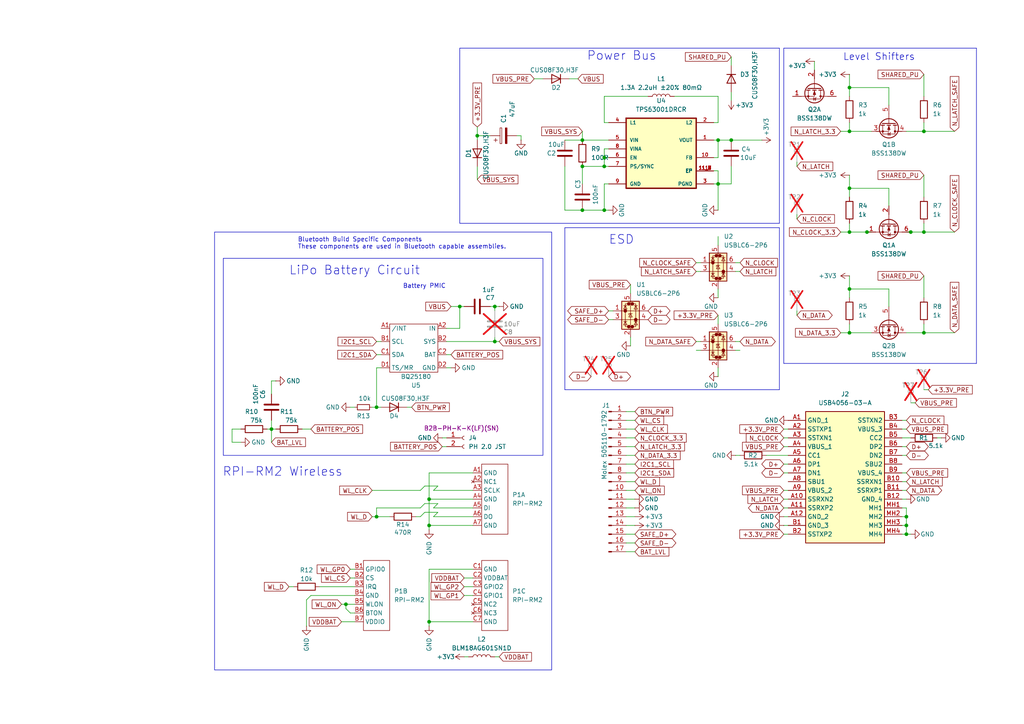
<source format=kicad_sch>
(kicad_sch (version 20231120) (generator "eeschema") (generator_version "8.0")
  (paper "A4")
  (junction (at 78.74 124.46))
  (junction (at 251.46 67.31))
  (junction (at 175.26 60.96))
  (junction (at 175.26 45.72))
  (junction (at 168.91 60.96))
  (junction (at 246.38 67.31))
  (junction (at 100.33 175.26))
  (junction (at 124.46 144.78))
  (junction (at 262.89 152.4))
  (junction (at 143.51 99.06))
  (junction (at 124.46 152.4))
  (junction (at 208.28 40.64))
  (junction (at 246.38 83.82))
  (junction (at 267.97 67.31))
  (junction (at 109.22 118.11))
  (junction (at 168.91 40.64))
  (junction (at 246.38 38.1))
  (junction (at 138.43 39.37))
  (junction (at 143.51 88.9))
  (junction (at 264.16 67.31))
  (junction (at 133.35 88.9))
  (junction (at 246.38 25.4))
  (junction (at 168.91 48.26))
  (junction (at 262.89 149.86))
  (junction (at 212.09 40.64))
  (junction (at 175.26 48.26))
  (junction (at 267.97 96.52))
  (junction (at 246.38 54.61))
  (junction (at 208.28 53.34))
  (junction (at 267.97 38.1))
  (junction (at 246.38 96.52))
  (junction (at 262.89 154.94))
  (junction (at 109.22 149.86))
  (junction (at 124.46 180.34))
  (wire (pts (xy 257.81 30.48) (xy 257.81 25.4)))
  (wire (pts (xy 67.31 128.27) (xy 67.31 124.46)))
  (wire (pts (xy 118.11 118.11) (xy 119.38 118.11)))
  (wire (pts (xy 246.38 54.61) (xy 246.38 57.15)))
  (wire (pts (xy 208.28 40.64) (xy 212.09 40.64)))
  (wire (pts (xy 133.35 88.9) (xy 134.62 88.9)))
  (polyline (pts (xy 133.35 13.97) (xy 226.06 13.97)))
  (wire (pts (xy 262.89 144.78) (xy 261.62 144.78)))
  (wire (pts (xy 144.78 88.9) (xy 143.51 88.9)))
  (wire (pts (xy 121.92 142.24) (xy 123.19 140.97)))
  (wire (pts (xy 227.33 147.32) (xy 228.6 147.32)))
  (wire (pts (xy 124.46 180.34) (xy 124.46 181.61)))
  (wire (pts (xy 165.1 22.86) (xy 167.64 22.86)))
  (wire (pts (xy 175.26 53.34) (xy 175.26 60.96)))
  (wire (pts (xy 201.93 78.74) (xy 203.2 78.74)))
  (wire (pts (xy 142.24 88.9) (xy 143.51 88.9)))
  (wire (pts (xy 99.06 180.34) (xy 102.87 180.34)))
  (wire (pts (xy 262.89 142.24) (xy 261.62 142.24)))
  (wire (pts (xy 246.38 80.01) (xy 246.38 83.82)))
  (wire (pts (xy 128.27 127) (xy 129.54 127)))
  (wire (pts (xy 214.63 76.2) (xy 213.36 76.2)))
  (wire (pts (xy 128.27 129.54) (xy 129.54 129.54)))
  (wire (pts (xy 231.14 63.5) (xy 231.14 62.23)))
  (wire (pts (xy 212.09 26.67) (xy 212.09 29.21)))
  (wire (pts (xy 262.89 139.7) (xy 261.62 139.7)))
  (wire (pts (xy 109.22 149.86) (xy 113.03 149.86)))
  (wire (pts (xy 262.89 152.4) (xy 262.89 154.94)))
  (wire (pts (xy 262.89 67.31) (xy 264.16 67.31)))
  (wire (pts (xy 212.09 40.64) (xy 220.98 40.64)))
  (wire (pts (xy 134.62 167.64) (xy 137.16 167.64)))
  (polyline (pts (xy 283.21 13.97) (xy 283.21 105.41)))
  (wire (pts (xy 227.33 149.86) (xy 228.6 149.86)))
  (wire (pts (xy 124.46 152.4) (xy 124.46 153.67)))
  (wire (pts (xy 175.26 45.72) (xy 175.26 48.26)))
  (wire (pts (xy 78.74 121.92) (xy 78.74 124.46)))
  (wire (pts (xy 100.33 175.26) (xy 102.87 175.26)))
  (wire (pts (xy 267.97 96.52) (xy 276.86 96.52)))
  (wire (pts (xy 261.62 149.86) (xy 262.89 149.86)))
  (wire (pts (xy 109.22 147.32) (xy 121.92 147.32)))
  (wire (pts (xy 208.28 109.22) (xy 208.28 106.68)))
  (wire (pts (xy 262.89 124.46) (xy 261.62 124.46)))
  (wire (pts (xy 227.33 137.16) (xy 228.6 137.16)))
  (wire (pts (xy 168.91 60.96) (xy 175.26 60.96)))
  (wire (pts (xy 123.19 148.59) (xy 121.92 149.86)))
  (wire (pts (xy 246.38 96.52) (xy 246.38 93.98)))
  (polyline (pts (xy 226.06 13.97) (xy 226.06 64.77)))
  (wire (pts (xy 78.74 124.46) (xy 77.47 124.46)))
  (wire (pts (xy 227.33 127) (xy 228.6 127)))
  (wire (pts (xy 214.63 99.06) (xy 213.36 99.06)))
  (wire (pts (xy 257.81 59.69) (xy 257.81 54.61)))
  (wire (pts (xy 208.28 49.53) (xy 207.01 49.53)))
  (polyline (pts (xy 227.33 13.97) (xy 283.21 13.97)))
  (polyline (pts (xy 163.83 66.04) (xy 163.83 113.03)))
  (wire (pts (xy 124.46 137.16) (xy 137.16 137.16)))
  (wire (pts (xy 138.43 39.37) (xy 138.43 40.64)))
  (polyline (pts (xy 283.21 105.41) (xy 227.33 105.41)))
  (wire (pts (xy 134.62 170.18) (xy 137.16 170.18)))
  (wire (pts (xy 168.91 38.1) (xy 168.91 40.64)))
  (wire (pts (xy 184.15 149.86) (xy 181.61 149.86)))
  (wire (pts (xy 175.26 53.34) (xy 176.53 53.34)))
  (wire (pts (xy 271.78 127) (xy 273.05 127)))
  (wire (pts (xy 143.51 97.79) (xy 143.51 99.06)))
  (wire (pts (xy 168.91 48.26) (xy 168.91 53.34)))
  (wire (pts (xy 184.15 127) (xy 181.61 127)))
  (wire (pts (xy 101.6 118.11) (xy 102.87 118.11)))
  (wire (pts (xy 262.89 149.86) (xy 262.89 152.4)))
  (wire (pts (xy 99.06 175.26) (xy 100.33 175.26)))
  (wire (pts (xy 163.83 48.26) (xy 163.83 60.96)))
  (wire (pts (xy 262.89 154.94) (xy 261.62 154.94)))
  (wire (pts (xy 267.97 21.59) (xy 267.97 27.94)))
  (wire (pts (xy 176.53 45.72) (xy 175.26 45.72)))
  (wire (pts (xy 175.26 60.96) (xy 176.53 60.96)))
  (wire (pts (xy 176.53 90.17) (xy 177.8 90.17)))
  (wire (pts (xy 175.26 35.56) (xy 176.53 35.56)))
  (wire (pts (xy 208.28 27.94) (xy 208.28 35.56)))
  (wire (pts (xy 269.24 113.03) (xy 267.97 113.03)))
  (wire (pts (xy 163.83 60.96) (xy 168.91 60.96)))
  (wire (pts (xy 124.46 152.4) (xy 137.16 152.4)))
  (wire (pts (xy 262.89 129.54) (xy 261.62 129.54)))
  (wire (pts (xy 102.87 177.8) (xy 101.6 177.8)))
  (wire (pts (xy 227.33 152.4) (xy 228.6 152.4)))
  (wire (pts (xy 154.94 22.86) (xy 157.48 22.86)))
  (wire (pts (xy 257.81 54.61) (xy 246.38 54.61)))
  (wire (pts (xy 251.46 67.31) (xy 246.38 67.31)))
  (wire (pts (xy 201.93 76.2) (xy 203.2 76.2)))
  (wire (pts (xy 125.73 149.86) (xy 137.16 149.86)))
  (wire (pts (xy 201.93 101.6) (xy 203.2 101.6)))
  (wire (pts (xy 212.09 16.51) (xy 212.09 19.05)))
  (wire (pts (xy 123.19 140.97) (xy 127 140.97)))
  (wire (pts (xy 125.73 142.24) (xy 137.16 142.24)))
  (wire (pts (xy 129.54 99.06) (xy 143.51 99.06)))
  (wire (pts (xy 252.73 38.1) (xy 246.38 38.1)))
  (wire (pts (xy 267.97 50.8) (xy 267.97 57.15)))
  (wire (pts (xy 125.73 149.86) (xy 127 148.59)))
  (wire (pts (xy 184.15 121.92) (xy 181.61 121.92)))
  (wire (pts (xy 252.73 96.52) (xy 246.38 96.52)))
  (wire (pts (xy 267.97 38.1) (xy 276.86 38.1)))
  (wire (pts (xy 208.28 86.36) (xy 208.28 83.82)))
  (polyline (pts (xy 227.33 13.97) (xy 227.33 105.41)))
  (wire (pts (xy 243.84 38.1) (xy 246.38 38.1)))
  (wire (pts (xy 184.15 154.94) (xy 181.61 154.94)))
  (wire (pts (xy 151.13 39.37) (xy 149.86 39.37)))
  (wire (pts (xy 168.91 48.26) (xy 175.26 48.26)))
  (wire (pts (xy 182.88 82.55) (xy 182.88 85.09)))
  (wire (pts (xy 142.24 39.37) (xy 138.43 39.37)))
  (wire (pts (xy 124.46 144.78) (xy 137.16 144.78)))
  (wire (pts (xy 227.33 129.54) (xy 228.6 129.54)))
  (wire (pts (xy 78.74 124.46) (xy 80.01 124.46)))
  (wire (pts (xy 184.15 142.24) (xy 181.61 142.24)))
  (wire (pts (xy 243.84 67.31) (xy 246.38 67.31)))
  (wire (pts (xy 133.35 88.9) (xy 133.35 95.25)))
  (wire (pts (xy 231.14 48.26) (xy 231.14 46.99)))
  (wire (pts (xy 129.54 102.87) (xy 130.81 102.87)))
  (wire (pts (xy 214.63 101.6) (xy 213.36 101.6)))
  (wire (pts (xy 175.26 48.26) (xy 176.53 48.26)))
  (wire (pts (xy 184.15 119.38) (xy 181.61 119.38)))
  (wire (pts (xy 151.13 40.64) (xy 151.13 39.37)))
  (polyline (pts (xy 226.06 64.77) (xy 133.35 64.77)))
  (wire (pts (xy 134.62 190.5) (xy 135.89 190.5)))
  (wire (pts (xy 208.28 53.34) (xy 208.28 60.96)))
  (wire (pts (xy 208.28 68.58) (xy 208.28 71.12)))
  (wire (pts (xy 208.28 53.34) (xy 207.01 53.34)))
  (wire (pts (xy 125.73 147.32) (xy 137.16 147.32)))
  (wire (pts (xy 144.78 190.5) (xy 143.51 190.5)))
  (wire (pts (xy 227.33 142.24) (xy 228.6 142.24)))
  (wire (pts (xy 246.38 50.8) (xy 246.38 54.61)))
  (wire (pts (xy 246.38 83.82) (xy 246.38 86.36)))
  (wire (pts (xy 129.54 106.68) (xy 130.81 106.68)))
  (wire (pts (xy 138.43 36.83) (xy 138.43 39.37)))
  (wire (pts (xy 257.81 25.4) (xy 246.38 25.4)))
  (wire (pts (xy 90.17 172.72) (xy 88.9 173.99)))
  (wire (pts (xy 107.95 142.24) (xy 121.92 142.24)))
  (wire (pts (xy 184.15 134.62) (xy 181.61 134.62)))
  (wire (pts (xy 201.93 99.06) (xy 203.2 99.06)))
  (wire (pts (xy 262.89 121.92) (xy 261.62 121.92)))
  (wire (pts (xy 102.87 172.72) (xy 90.17 172.72)))
  (wire (pts (xy 246.38 38.1) (xy 246.38 35.56)))
  (wire (pts (xy 67.31 124.46) (xy 69.85 124.46)))
  (wire (pts (xy 125.73 147.32) (xy 127 146.05)))
  (polyline (pts (xy 226.06 113.03) (xy 226.06 66.04)))
  (wire (pts (xy 69.85 128.27) (xy 67.31 128.27)))
  (wire (pts (xy 163.83 40.64) (xy 168.91 40.64)))
  (wire (pts (xy 262.89 38.1) (xy 267.97 38.1)))
  (wire (pts (xy 267.97 96.52) (xy 267.97 93.98)))
  (wire (pts (xy 184.15 147.32) (xy 181.61 147.32)))
  (wire (pts (xy 109.22 147.32) (xy 109.22 149.86)))
  (polyline (pts (xy 133.35 36.83) (xy 133.35 64.77)))
  (wire (pts (xy 264.16 67.31) (xy 267.97 67.31)))
  (wire (pts (xy 107.95 149.86) (xy 109.22 149.86)))
  (wire (pts (xy 207.01 40.64) (xy 208.28 40.64)))
  (wire (pts (xy 101.6 177.8) (xy 100.33 176.53)))
  (wire (pts (xy 243.84 96.52) (xy 246.38 96.52)))
  (wire (pts (xy 246.38 21.59) (xy 246.38 25.4)))
  (wire (pts (xy 184.15 157.48) (xy 181.61 157.48)))
  (wire (pts (xy 257.81 83.82) (xy 246.38 83.82)))
  (wire (pts (xy 88.9 173.99) (xy 88.9 181.61)))
  (wire (pts (xy 208.28 45.72) (xy 208.28 40.64)))
  (wire (pts (xy 100.33 175.26) (xy 100.33 176.53)))
  (wire (pts (xy 124.46 137.16) (xy 124.46 144.78)))
  (wire (pts (xy 175.26 43.18) (xy 175.26 45.72)))
  (wire (pts (xy 138.43 48.26) (xy 138.43 52.07)))
  (wire (pts (xy 262.89 147.32) (xy 262.89 149.86)))
  (wire (pts (xy 78.74 114.3) (xy 78.74 110.49)))
  (wire (pts (xy 176.53 92.71) (xy 177.8 92.71)))
  (wire (pts (xy 109.22 118.11) (xy 107.95 118.11)))
  (wire (pts (xy 227.33 144.78) (xy 228.6 144.78)))
  (wire (pts (xy 231.14 91.44) (xy 231.14 90.17)))
  (wire (pts (xy 120.65 149.86) (xy 121.92 149.86)))
  (wire (pts (xy 246.38 67.31) (xy 246.38 64.77)))
  (wire (pts (xy 214.63 78.74) (xy 213.36 78.74)))
  (wire (pts (xy 208.28 35.56) (xy 207.01 35.56)))
  (wire (pts (xy 134.62 172.72) (xy 137.16 172.72)))
  (wire (pts (xy 92.71 170.18) (xy 102.87 170.18)))
  (wire (pts (xy 168.91 40.64) (xy 176.53 40.64)))
  (wire (pts (xy 130.81 88.9) (xy 133.35 88.9)))
  (wire (pts (xy 101.6 165.1) (xy 102.87 165.1)))
  (wire (pts (xy 101.6 167.64) (xy 102.87 167.64)))
  (wire (pts (xy 267.97 67.31) (xy 267.97 64.77)))
  (wire (pts (xy 207.01 45.72) (xy 208.28 45.72)))
  (wire (pts (xy 208.28 91.44) (xy 208.28 93.98)))
  (wire (pts (xy 87.63 124.46) (xy 90.17 124.46)))
  (wire (pts (xy 184.15 139.7) (xy 181.61 139.7)))
  (wire (pts (xy 175.26 27.94) (xy 175.26 35.56)))
  (wire (pts (xy 246.38 25.4) (xy 246.38 27.94)))
  (wire (pts (xy 124.46 165.1) (xy 137.16 165.1)))
  (wire (pts (xy 262.89 132.08) (xy 261.62 132.08)))
  (wire (pts (xy 195.58 27.94) (xy 208.28 27.94)))
  (wire (pts (xy 78.74 110.49) (xy 80.01 110.49)))
  (wire (pts (xy 227.33 124.46) (xy 228.6 124.46)))
  (wire (pts (xy 124.46 144.78) (xy 124.46 152.4)))
  (wire (pts (xy 184.15 124.46) (xy 181.61 124.46)))
  (wire (pts (xy 83.82 170.18) (xy 85.09 170.18)))
  (wire (pts (xy 257.81 88.9) (xy 257.81 83.82)))
  (wire (pts (xy 261.62 152.4) (xy 262.89 152.4)))
  (wire (pts (xy 236.22 17.78) (xy 236.22 20.32)))
  (wire (pts (xy 267.97 38.1) (xy 267.97 35.56)))
  (wire (pts (xy 124.46 180.34) (xy 137.16 180.34)))
  (wire (pts (xy 127 146.05) (xy 123.19 146.05)))
  (wire (pts (xy 264.16 127) (xy 261.62 127)))
  (wire (pts (xy 184.15 129.54) (xy 181.61 129.54)))
  (wire (pts (xy 262.89 96.52) (xy 267.97 96.52)))
  (wire (pts (xy 127 140.97) (xy 125.73 142.24)))
  (wire (pts (xy 227.33 154.94) (xy 228.6 154.94)))
  (wire (pts (xy 176.53 43.18) (xy 175.26 43.18)))
  (wire (pts (xy 187.96 27.94) (xy 175.26 27.94)))
  (wire (pts (xy 184.15 132.08) (xy 181.61 132.08)))
  (wire (pts (xy 143.51 99.06) (xy 144.78 99.06)))
  (wire (pts (xy 262.89 137.16) (xy 261.62 137.16)))
  (wire (pts (xy 264.16 154.94) (xy 262.89 154.94)))
  (wire (pts (xy 261.62 147.32) (xy 262.89 147.32)))
  (polyline (pts (xy 163.83 113.03) (xy 226.06 113.03)))
  (wire (pts (xy 265.43 116.84) (xy 264.16 116.84)))
  (wire (pts (xy 110.49 106.68) (xy 109.22 106.68)))
  (wire (pts (xy 78.74 128.27) (xy 78.74 124.46)))
  (wire (pts (xy 143.51 88.9) (xy 143.51 90.17)))
  (wire (pts (xy 129.54 95.25) (xy 133.35 95.25)))
  (wire (pts (xy 212.09 53.34) (xy 208.28 53.34)))
  (wire (pts (xy 267.97 67.31) (xy 276.86 67.31)))
  (wire (pts (xy 213.36 132.08) (xy 214.63 132.08)))
  (wire (pts (xy 252.73 67.31) (xy 251.46 67.31)))
  (wire (pts (xy 184.15 137.16) (xy 181.61 137.16)))
  (wire (pts (xy 267.97 80.01) (xy 267.97 86.36)))
  (wire (pts (xy 184.15 152.4) (xy 181.61 152.4)))
  (wire (pts (xy 184.15 160.02) (xy 181.61 160.02)))
  (wire (pts (xy 127 148.59) (xy 123.19 148.59)))
  (wire (pts (xy 222.25 132.08) (xy 228.6 132.08)))
  (wire (pts (xy 109.22 118.11) (xy 110.49 118.11)))
  (wire (pts (xy 208.28 49.53) (xy 208.28 53.34)))
  (wire (pts (xy 184.15 144.78) (xy 181.61 144.78)))
  (wire (pts (xy 227.33 134.62) (xy 228.6 134.62)))
  (wire (pts (xy 109.22 99.06) (xy 110.49 99.06)))
  (polyline (pts (xy 133.35 36.83) (xy 133.35 13.97)))
  (polyline (pts (xy 226.06 66.04) (xy 163.83 66.04)))
  (wire (pts (xy 109.22 106.68) (xy 109.22 118.11)))
  (wire (pts (xy 182.88 100.33) (xy 182.88 97.79)))
  (wire (pts (xy 109.22 102.87) (xy 110.49 102.87)))
  (wire (pts (xy 123.19 146.05) (xy 121.92 147.32)))
  (wire (pts (xy 212.09 48.26) (xy 212.09 53.34)))
  (wire (pts (xy 124.46 165.1) (xy 124.46 180.34)))
  (rectangle (start 64.77 74.93) (end 157.48 132.08))
  (rectangle (start 62.23 67.31) (end 160.02 194.31))
  (text "Level Shifters\n" (at 265.43 17.78 0) (effects (font (size 2.0066 2.0066)) (justify right bottom)))
  (text "LiPo Battery Circuit" (at 83.82 80.01 0) (effects (font (size 2.54 2.54)) (justify left bottom)))
  (text "Battery PMIC" (at 116.84 83.82 0) (effects (font (size 1.27 1.27)) (justify left bottom)))
  (text "ESD" (at 176.53 71.12 0) (effects (font (size 2.54 2.54)) (justify left bottom)))
  (text "Power Bus" (at 170.18 17.78 0) (effects (font (size 2.54 2.54)) (justify left bottom)))
  (text "Bluetooth Build Specific Components\nThese components are used in Bluetooth capable assemblies." (at 86.36 72.39 0) (effects (font (size 1.27 1.27)) (justify left bottom)))
  (text "RPI-RM2 Wireless" (at 64.516 138.43 0) (effects (font (size 2.54 2.54)) (justify left bottom)))
  (global_label "I2C1_SCL" (shape input) (at 109.22 99.06 180) (property "Intersheetrefs" "${INTERSHEET_REFS}" (effects (hide yes))))
  (global_label "WL_CLK" (shape input) (at 184.15 124.46 0) (property "Intersheetrefs" "${INTERSHEET_REFS}" (effects (hide yes))))
  (global_label "BTN_PWR" (shape input) (at 184.15 119.38 0) (property "Intersheetrefs" "${INTERSHEET_REFS}" (effects (hide yes))))
  (global_label "N_CLOCK_SAFE" (shape input) (at 276.86 67.31 90) (property "Intersheetrefs" "${INTERSHEET_REFS}" (effects (hide yes))))
  (global_label "I2C1_SCL" (shape input) (at 184.15 134.62 0) (property "Intersheetrefs" "${INTERSHEET_REFS}" (effects (hide yes))))
  (global_label "WL_CLK" (shape input) (at 107.95 142.24 180) (property "Intersheetrefs" "${INTERSHEET_REFS}" (effects (hide yes))))
  (global_label "D-" (shape bidirectional) (at 187.96 92.71 0) (property "Intersheetrefs" "${INTERSHEET_REFS}" (effects (hide yes))))
  (global_label "VBUS_PRE" (shape input) (at 154.94 22.86 180) (property "Intersheetrefs" "${INTERSHEET_REFS}" (effects (hide yes))))
  (global_label "D-" (shape bidirectional) (at 171.45 109.22 180) (property "Intersheetrefs" "${INTERSHEET_REFS}" (effects (hide yes))))
  (global_label "BAT_LVL" (shape input) (at 78.74 128.27 0) (property "Intersheetrefs" "${INTERSHEET_REFS}" (effects (hide yes))))
  (global_label "D-" (shape bidirectional) (at 262.89 132.08 0) (property "Intersheetrefs" "${INTERSHEET_REFS}" (effects (hide yes))))
  (global_label "D+" (shape bidirectional) (at 176.53 109.22 0) (property "Intersheetrefs" "${INTERSHEET_REFS}" (effects (hide yes))))
  (global_label "SHARED_PU" (shape input) (at 267.97 80.01 180) (property "Intersheetrefs" "${INTERSHEET_REFS}" (effects (hide yes))))
  (global_label "+3.3V_PRE" (shape input) (at 138.43 36.83 90) (property "Intersheetrefs" "${INTERSHEET_REFS}" (effects (hide yes))))
  (global_label "N_CLOCK" (shape input) (at 227.33 127 180) (property "Intersheetrefs" "${INTERSHEET_REFS}" (effects (hide yes))))
  (global_label "SHARED_PU" (shape input) (at 267.97 21.59 180) (property "Intersheetrefs" "${INTERSHEET_REFS}" (effects (hide yes))))
  (global_label "SAFE_D+" (shape bidirectional) (at 184.15 154.94 0) (property "Intersheetrefs" "${INTERSHEET_REFS}" (effects (hide yes))))
  (global_label "N_CLOCK_SAFE" (shape input) (at 201.93 76.2 180) (property "Intersheetrefs" "${INTERSHEET_REFS}" (effects (hide yes))))
  (global_label "VDDBAT" (shape input) (at 99.06 180.34 180) (property "Intersheetrefs" "${INTERSHEET_REFS}" (effects (hide yes))))
  (global_label "VBUS" (shape input) (at 167.64 22.86 0) (property "Intersheetrefs" "${INTERSHEET_REFS}" (effects (hide yes))))
  (global_label "N_DATA" (shape bidirectional) (at 231.14 91.44 0) (property "Intersheetrefs" "${INTERSHEET_REFS}" (effects (hide yes))))
  (global_label "N_DATA_3.3" (shape input) (at 243.84 96.52 180) (property "Intersheetrefs" "${INTERSHEET_REFS}" (effects (hide yes))))
  (global_label "N_CLOCK" (shape input) (at 262.89 121.92 0) (property "Intersheetrefs" "${INTERSHEET_REFS}" (effects (hide yes))))
  (global_label "SAFE_D+" (shape bidirectional) (at 176.53 90.17 180) (property "Intersheetrefs" "${INTERSHEET_REFS}" (effects (hide yes))))
  (global_label "SHARED_PU" (shape input) (at 212.09 16.51 180) (property "Intersheetrefs" "${INTERSHEET_REFS}" (effects (hide yes))))
  (global_label "WL_GP1" (shape input) (at 134.62 172.72 180) (property "Intersheetrefs" "${INTERSHEET_REFS}" (effects (hide yes))))
  (global_label "N_LATCH" (shape input) (at 214.63 78.74 0) (property "Intersheetrefs" "${INTERSHEET_REFS}" (effects (hide yes))))
  (global_label "WL_D" (shape input) (at 83.82 170.18 180) (property "Intersheetrefs" "${INTERSHEET_REFS}" (effects (hide yes))))
  (global_label "VBUS_PRE" (shape input) (at 262.89 137.16 0) (property "Intersheetrefs" "${INTERSHEET_REFS}" (effects (hide yes))))
  (global_label "N_DATA_SAFE" (shape input) (at 201.93 99.06 180) (property "Intersheetrefs" "${INTERSHEET_REFS}" (effects (hide yes))))
  (global_label "D-" (shape bidirectional) (at 227.33 137.16 180) (property "Intersheetrefs" "${INTERSHEET_REFS}" (effects (hide yes))))
  (global_label "N_LATCH" (shape input) (at 231.14 48.26 0) (property "Intersheetrefs" "${INTERSHEET_REFS}" (effects (hide yes))))
  (global_label "WL_CS" (shape input) (at 184.15 121.92 0) (property "Intersheetrefs" "${INTERSHEET_REFS}" (effects (hide yes))))
  (global_label "N_LATCH_SAFE" (shape input) (at 276.86 38.1 90) (property "Intersheetrefs" "${INTERSHEET_REFS}" (effects (hide yes))))
  (global_label "VBUS" (shape input) (at 130.81 88.9 180) (property "Intersheetrefs" "${INTERSHEET_REFS}" (effects (hide yes))))
  (global_label "BAT_LVL" (shape input) (at 184.15 160.02 0) (property "Intersheetrefs" "${INTERSHEET_REFS}" (effects (hide yes))))
  (global_label "WL_GP0" (shape input) (at 101.6 165.1 180) (property "Intersheetrefs" "${INTERSHEET_REFS}" (effects (hide yes))))
  (global_label "N_LATCH" (shape input) (at 262.89 139.7 0) (property "Intersheetrefs" "${INTERSHEET_REFS}" (effects (hide yes))))
  (global_label "SAFE_D-" (shape bidirectional) (at 176.53 92.71 180) (property "Intersheetrefs" "${INTERSHEET_REFS}" (effects (hide yes))))
  (global_label "N_DATA_3.3" (shape input) (at 184.15 132.08 0) (property "Intersheetrefs" "${INTERSHEET_REFS}" (effects (hide yes))))
  (global_label "SAFE_D-" (shape bidirectional) (at 184.15 157.48 0) (property "Intersheetrefs" "${INTERSHEET_REFS}" (effects (hide yes))))
  (global_label "VBUS_SYS" (shape input) (at 138.43 52.07 0) (property "Intersheetrefs" "${INTERSHEET_REFS}" (effects (hide yes))))
  (global_label "+3.3V_PRE" (shape input) (at 269.24 113.03 0) (property "Intersheetrefs" "${INTERSHEET_REFS}" (effects (hide yes))))
  (global_label "I2C1_SDA" (shape input) (at 109.22 102.87 180) (property "Intersheetrefs" "${INTERSHEET_REFS}" (effects (hide yes))))
  (global_label "D+" (shape bidirectional) (at 187.96 90.17 0) (property "Intersheetrefs" "${INTERSHEET_REFS}" (effects (hide yes))))
  (global_label "N_CLOCK_3.3" (shape input) (at 184.15 127 0) (property "Intersheetrefs" "${INTERSHEET_REFS}" (effects (hide yes))))
  (global_label "D+" (shape bidirectional) (at 262.89 129.54 0) (property "Intersheetrefs" "${INTERSHEET_REFS}" (effects (hide yes))))
  (global_label "N_CLOCK" (shape input) (at 231.14 63.5 0) (property "Intersheetrefs" "${INTERSHEET_REFS}" (effects (hide yes))))
  (global_label "N_DATA_SAFE" (shape input) (at 276.86 96.52 90) (property "Intersheetrefs" "${INTERSHEET_REFS}" (effects (hide yes))))
  (global_label "N_LATCH_3.3" (shape input) (at 184.15 129.54 0) (property "Intersheetrefs" "${INTERSHEET_REFS}" (effects (hide yes))))
  (global_label "WL_CS" (shape input) (at 101.6 167.64 180) (property "Intersheetrefs" "${INTERSHEET_REFS}" (effects (hide yes))))
  (global_label "D+" (shape bidirectional) (at 227.33 134.62 180) (property "Intersheetrefs" "${INTERSHEET_REFS}" (effects (hide yes))))
  (global_label "VBUS_PRE" (shape input) (at 265.43 116.84 0) (property "Intersheetrefs" "${INTERSHEET_REFS}" (effects (hide yes))))
  (global_label "+3.3V_PRE" (shape input) (at 227.33 154.94 180) (property "Intersheetrefs" "${INTERSHEET_REFS}" (effects (hide yes))))
  (global_label "VDDBAT" (shape input) (at 134.62 167.64 180) (property "Intersheetrefs" "${INTERSHEET_REFS}" (effects (hide yes))))
  (global_label "VBUS_PRE" (shape input) (at 262.89 124.46 0) (property "Intersheetrefs" "${INTERSHEET_REFS}" (effects (hide yes))))
  (global_label "N_CLOCK" (shape input) (at 214.63 76.2 0) (property "Intersheetrefs" "${INTERSHEET_REFS}" (effects (hide yes))))
  (global_label "WL_GP2" (shape input) (at 134.62 170.18 180) (property "Intersheetrefs" "${INTERSHEET_REFS}" (effects (hide yes))))
  (global_label "VBUS_PRE" (shape input) (at 227.33 142.24 180) (property "Intersheetrefs" "${INTERSHEET_REFS}" (effects (hide yes))))
  (global_label "N_DATA" (shape bidirectional) (at 214.63 99.06 0) (property "Intersheetrefs" "${INTERSHEET_REFS}" (effects (hide yes))))
  (global_label "VBUS_SYS" (shape input) (at 168.91 38.1 180) (property "Intersheetrefs" "${INTERSHEET_REFS}" (effects (hide yes))))
  (global_label "WL_ON" (shape input) (at 184.15 142.24 0) (property "Intersheetrefs" "${INTERSHEET_REFS}" (effects (hide yes))))
  (global_label "VBUS_SYS" (shape input) (at 144.78 99.06 0) (property "Intersheetrefs" "${INTERSHEET_REFS}" (effects (hide yes))))
  (global_label "+3.3V_PRE" (shape input) (at 227.33 124.46 180) (property "Intersheetrefs" "${INTERSHEET_REFS}" (effects (hide yes))))
  (global_label "N_CLOCK_3.3" (shape input) (at 243.84 67.31 180) (property "Intersheetrefs" "${INTERSHEET_REFS}" (effects (hide yes))))
  (global_label "BTN_PWR" (shape input) (at 119.38 118.11 0) (property "Intersheetrefs" "${INTERSHEET_REFS}" (effects (hide yes))))
  (global_label "WL_D" (shape input) (at 107.95 149.86 180) (property "Intersheetrefs" "${INTERSHEET_REFS}" (effects (hide yes))))
  (global_label "BATTERY_POS" (shape input) (at 130.81 102.87 0) (property "Intersheetrefs" "${INTERSHEET_REFS}" (effects (hide yes))))
  (global_label "N_LATCH_3.3" (shape input) (at 243.84 38.1 180) (property "Intersheetrefs" "${INTERSHEET_REFS}" (effects (hide yes))))
  (global_label "I2C1_SDA" (shape input) (at 184.15 137.16 0) (property "Intersheetrefs" "${INTERSHEET_REFS}" (effects (hide yes))))
  (global_label "N_DATA" (shape bidirectional) (at 227.33 147.32 180) (property "Intersheetrefs" "${INTERSHEET_REFS}" (effects (hide yes))))
  (global_label "BATTERY_POS" (shape input) (at 90.17 124.46 0) (property "Intersheetrefs" "${INTERSHEET_REFS}" (effects (hide yes))))
  (global_label "BATTERY_POS" (shape input) (at 128.27 129.54 180) (property "Intersheetrefs" "${INTERSHEET_REFS}" (effects (hide yes))))
  (global_label "+3.3V_PRE" (shape input) (at 208.28 91.44 180) (property "Intersheetrefs" "${INTERSHEET_REFS}" (effects (hide yes))))
  (global_label "VBUS_PRE" (shape input) (at 182.88 82.55 180) (property "Intersheetrefs" "${INTERSHEET_REFS}" (effects (hide yes))))
  (global_label "SHARED_PU" (shape input) (at 267.97 50.8 180) (property "Intersheetrefs" "${INTERSHEET_REFS}" (effects (hide yes))))
  (global_label "N_LATCH" (shape input) (at 227.33 144.78 180) (property "Intersheetrefs" "${INTERSHEET_REFS}" (effects (hide yes))))
  (global_label "VDDBAT" (shape input) (at 144.78 190.5 0) (property "Intersheetrefs" "${INTERSHEET_REFS}" (effects (hide yes))))
  (global_label "WL_D" (shape input) (at 184.15 139.7 0) (property "Intersheetrefs" "${INTERSHEET_REFS}" (effects (hide yes))))
  (global_label "N_DATA" (shape bidirectional) (at 262.89 142.24 0) (property "Intersheetrefs" "${INTERSHEET_REFS}" (effects (hide yes))))
  (global_label "WL_ON" (shape input) (at 99.06 175.26 180) (property "Intersheetrefs" "${INTERSHEET_REFS}" (effects (hide yes))))
  (global_label "VBUS_PRE" (shape input) (at 227.33 129.54 180) (property "Intersheetrefs" "${INTERSHEET_REFS}" (effects (hide yes))))
  (global_label "N_LATCH_SAFE" (shape input) (at 201.93 78.74 180) (property "Intersheetrefs" "${INTERSHEET_REFS}" (effects (hide yes))))
  (symbol (lib_id "power:+3V3") (at 236.22 17.78 90) (unit 1)
    (property "Reference" "#PWR015" (effects (hide yes)))
    (property "Value" "+3V3" (at 231.14 19.05 90))
  )
  (symbol (lib_id "Device:R") (at 246.38 31.75 0) (unit 1)
    (property "Reference" "R3" (at 248.92 30.4799 0) (effects (justify left)))
    (property "Value" "1k" (at 248.92 33.0199 0) (effects (justify left)))
    (property "Footprint" "Resistor_SMD:R_0201_0603Metric" (effects (hide yes)))
    (property "Description" "50mW Thick Film Resistors 25V ±1% ±200ppm/℃ 1kΩ" (effects (hide yes)))
    (property "LCSC" "C138165" (effects (hide yes)))
    (property "MPN" "RC0201FR-071KL" (effects (hide yes)))
    (property "Price" "0.0006" (effects (hide yes)))
    (property "Package" "0201" (effects (hide yes)))
    (property "Reviewed" "Yes" (effects (hide yes)))
    (property "Manufacturer" "YAGEO" (effects (hide yes)))
  )
  (symbol (lib_id "progcc_v3:CUS08F30") (at 138.43 44.45 90) (unit 1)
    (property "Reference" "D1" (at 135.89 44.45 0))
    (property "Value" "CUS08F30,H3F " (at 140.97 44.45 0))
    (property "Footprint" "Diode_SMD:D_SOD-323_HandSoldering" (effects (hide yes)))
    (property "Datasheet" "${KIPRJMOD}/../progcc_v3_libs/docs/CUS08F30_datasheet_en_20140414.pdf" (effects (hide yes)))
    (property "Description" "SOD-323 Schottky Diodes ROHS (TOSHIBA)" (effects (hide yes)))
    (property "MPN" "CUS08F30,H3F " (effects (hide yes)))
    (property "LCSC" "C150183" (effects (hide yes)))
    (property "Price" "0.0092" (effects (hide yes)))
    (property "Package" "SOD-323" (effects (hide yes)))
    (property "Manufacturer" "TOSHIBA" (effects (hide yes)))
    (property "Reviewed" "Yes" (effects (hide yes)))
  )
  (symbol (lib_id "progcc_v3:CUS08F30") (at 212.09 22.86 270) (unit 1)
    (property "Reference" "D3" (at 214.63 21.5899 90) (effects (justify left)))
    (property "Value" "CUS08F30,H3F " (at 218.948 13.716 0) (effects (justify left)))
    (property "Footprint" "Diode_SMD:D_SOD-323_HandSoldering" (effects (hide yes)))
    (property "Datasheet" "${KIPRJMOD}/../progcc_v3_libs/docs/CUS08F30_datasheet_en_20140414.pdf" (effects (hide yes)))
    (property "Description" "SOD-323 Schottky Diodes ROHS (TOSHIBA)" (effects (hide yes)))
    (property "MPN" "CUS08F30,H3F " (effects (hide yes)))
    (property "LCSC" "C150183" (effects (hide yes)))
    (property "Price" "0.0092" (effects (hide yes)))
    (property "Package" "SOD-323" (effects (hide yes)))
    (property "Manufacturer" "TOSHIBA" (effects (hide yes)))
    (property "Reviewed" "Yes" (effects (hide yes)))
  )
  (symbol (lib_id "power:GND") (at 264.16 154.94 90) (unit 1)
    (property "Reference" "#PWR014" (effects (hide yes)))
    (property "Value" "GND" (at 268.986 154.94 90))
  )
  (symbol (lib_id "power:GND") (at 228.6 121.92 270) (unit 1)
    (property "Reference" "#PWR010" (effects (hide yes)))
    (property "Value" "GND" (at 223.774 121.92 90))
  )
  (symbol (lib_id "hhl:RPI-RM2") (at 109.22 172.72 0) (unit 2)
    (property "Reference" "P1" (at 114.3 171.4499 0) (effects (justify left)))
    (property "Value" "RPI-RM2" (at 114.3 173.9899 0) (effects (justify left)))
    (property "Footprint" "hhl:RPI_RM2" (effects (hide yes)))
    (property "Description" "Raspberry Pi RM2 Wireless Module" (effects (hide yes)))
    (property "MPN" "RPI-RM2" (effects (hide yes)))
    (property "USBDNP" "YES" (effects (hide yes)))
    (property "Reviewed" "Yes" (effects (hide yes)))
    (property "Manufacturer" "Raspberry Pi" (effects (hide yes)))
  )
  (symbol (lib_id "Power_Protection:USBLC6-2P6") (at 208.28 76.2 0) (unit 1)
    (property "Reference" "U2" (at 209.9311 68.58 0) (effects (justify left)))
    (property "Value" "USBLC6-2P6" (at 209.9311 71.12 0) (effects (justify left)))
    (property "Footprint" "Package_TO_SOT_SMD:SOT-666" (effects (hide yes)))
    (property "Datasheet" "https://www.st.com/resource/en/datasheet/usblc6-2.pdf" (effects (hide yes)))
    (property "Description" "Very low capacitance ESD protection diode, 2 data-line, SOT-666" (effects (hide yes)))
    (property "LCSC" "C2827693" (effects (hide yes)))
    (property "MPN" "USBLC6-2P6" (effects (hide yes)))
    (property "Package" "SOT-666-6" (effects (hide yes)))
    (property "Reviewed" "Yes" (effects (hide yes)))
    (property "Manufacturer" "TECH PUBLIC" (effects (hide yes)))
  )
  (symbol (lib_id "power:GND") (at 176.53 60.96 90) (unit 1)
    (property "Reference" "#PWR020" (effects (hide yes)))
    (property "Value" "GND" (at 180.34 60.96 0))
  )
  (symbol (lib_id "Device:R") (at 267.97 90.17 0) (unit 1)
    (property "Reference" "R8" (at 270.51 88.8999 0) (effects (justify left)))
    (property "Value" "1k" (at 270.51 91.4399 0) (effects (justify left)))
    (property "Footprint" "Resistor_SMD:R_0201_0603Metric" (effects (hide yes)))
    (property "Description" "50mW Thick Film Resistors 25V ±1% ±200ppm/℃ 1kΩ" (effects (hide yes)))
    (property "LCSC" "C138165" (effects (hide yes)))
    (property "MPN" "RC0201FR-071KL" (effects (hide yes)))
    (property "Price" "0.0006" (effects (hide yes)))
    (property "Package" "0201" (effects (hide yes)))
    (property "Reviewed" "Yes" (effects (hide yes)))
    (property "Manufacturer" "YAGEO" (effects (hide yes)))
  )
  (symbol (lib_id "power:+3V3") (at 134.62 190.5 90) (unit 1)
    (property "Reference" "#PWR032" (effects (hide yes)))
    (property "Value" "+3V3" (at 129.286 190.5 90))
  )
  (symbol (lib_id "Device:C") (at 78.74 118.11 180) (unit 1)
    (property "Reference" "C6" (at 76.2 113.03 90) (effects (justify left)))
    (property "Value" "100nF" (at 74.168 111.252 90) (effects (justify left)))
    (property "Footprint" "Capacitor_SMD:C_0201_0603Metric" (effects (hide yes)))
    (property "Description" "6.3V 100nF X5R ±10%" (effects (hide yes)))
    (property "USBDNP" "YES" (effects (hide yes)))
    (property "LCSC" "C160831" (effects (hide yes)))
    (property "MPN" "CL03A104KQ3NNNC" (effects (hide yes)))
    (property "Price" "0.0007" (effects (hide yes)))
    (property "Package" "0201" (effects (hide yes)))
    (property "Manufacturer" "Samsung Electro-Mechanics" (effects (hide yes)))
    (property "Reviewed" "Yes" (effects (hide yes)))
  )
  (symbol (lib_id "Power_Protection:USBLC6-2P6") (at 182.88 90.17 0) (unit 1)
    (property "Reference" "U1" (at 184.5311 82.55 0) (effects (justify left)))
    (property "Value" "USBLC6-2P6" (at 184.5311 85.09 0) (effects (justify left)))
    (property "Footprint" "Package_TO_SOT_SMD:SOT-666" (effects (hide yes)))
    (property "Datasheet" "https://www.st.com/resource/en/datasheet/usblc6-2.pdf" (effects (hide yes)))
    (property "Description" "Very low capacitance ESD protection diode, 2 data-line, SOT-666" (effects (hide yes)))
    (property "LCSC" "C2827693" (effects (hide yes)))
    (property "MPN" "USBLC6-2P6" (effects (hide yes)))
    (property "Package" "SOT-666-6" (effects (hide yes)))
    (property "Reviewed" "Yes" (effects (hide yes)))
    (property "Manufacturer" "TECH PUBLIC" (effects (hide yes)))
  )
  (symbol (lib_id "power:GND") (at 101.6 118.11 270) (unit 1)
    (property "Reference" "#PWR028" (effects (hide yes)))
    (property "Value" "GND" (at 96.52 118.11 90))
  )
  (symbol (lib_id "Connector:TestPoint") (at 176.53 109.22 0) (unit 1) (in_bom no) (dnp yes)
    (property "Reference" "TP5" (at 173.99 104.14 0) (effects (justify left)))
    (property "Value" "TestPoint" (effects (hide yes)))
    (property "Footprint" "TestPoint:TestPoint_Pad_D1.0mm" (effects (hide yes)))
  )
  (symbol (lib_id "power:GND") (at 227.33 149.86 270) (unit 1)
    (property "Reference" "#PWR012" (effects (hide yes)))
    (property "Value" "GND" (at 222.504 149.86 90))
  )
  (symbol (lib_id "Connector:TestPoint") (at 231.14 62.23 0) (unit 1) (in_bom no) (dnp yes)
    (property "Reference" "TP2" (at 228.6 57.15 0) (effects (justify left)))
    (property "Value" "TestPoint" (effects (hide yes)))
    (property "Footprint" "TestPoint:TestPoint_Pad_D1.0mm" (effects (hide yes)))
  )
  (symbol (lib_id "power:GND") (at 151.13 40.64 0) (unit 1)
    (property "Reference" "#PWR019" (effects (hide yes)))
    (property "Value" "GND" (at 151.13 44.45 0))
  )
  (symbol (lib_id "Device:C_Polarized") (at 146.05 39.37 90) (unit 1)
    (property "Reference" "C1" (at 146.05 33.02 0) (effects (justify right)))
    (property "Value" "47uF" (at 148.59 29.21 0) (effects (justify right)))
    (property "Footprint" "Capacitor_Tantalum_SMD:CP_EIA-3216-18_Kemet-A" (effects (hide yes)))
    (property "Description" "47uF 6.3V 1.6Ω@100kHz ±10%" (effects (hide yes)))
    (property "LCSC" "C7190" (effects (hide yes)))
    (property "MPN" "TAJA476K006RNJ" (effects (hide yes)))
    (property "Price" "0.0544" (effects (hide yes)))
    (property "Package" "CASE-A-3216-18(mm)" (effects (hide yes)))
    (property "Manufacturer" "Kyocera AVX" (effects (hide yes)))
    (property "Reviewed" "Yes" (effects (hide yes)))
  )
  (symbol (lib_id "hhl:BSS138DW") (at 236.22 27.94 0) (mirror y) (unit 1)
    (property "Reference" "Q2" (at 236.22 31.75 0))
    (property "Value" "BSS138DW" (at 236.22 34.29 0))
    (property "Footprint" "Package_TO_SOT_SMD:SOT-363_SC-70-6" (effects (hide yes)))
    (property "Datasheet" "https://datasheet.lcsc.com/lcsc/1912111437_Diodes-Incorporated-BSS138DW-7-F_C154900.pdf" (effects (hide yes)))
    (property "Description" "50V 200mA 200mW 3.5Ω@10V,220mA 1.5V@250uA 2 N-Channel SC-70-6(SOT-363) MOSFETs ROHS" (effects (hide yes)))
    (property "MPN" "BSS138DW-7-F" (effects (hide yes)))
    (property "LCSC" "C154900" (effects (hide yes)))
    (property "Price" "0.037" (effects (hide yes)))
    (property "Package" "SC-70-6(SOT-363)" (effects (hide yes)))
    (property "Reviewed" "Yes" (effects (hide yes)))
    (property "Manufacturer" "Diodes Incorporated" (effects (hide yes)))
  )
  (symbol (lib_id "power:GND") (at 69.85 128.27 90) (unit 1)
    (property "Reference" "#PWR024" (effects (hide yes)))
    (property "Value" "GND" (at 74.93 128.27 90))
  )
  (symbol (lib_id "Connector:TestPoint") (at 171.45 109.22 0) (unit 1) (in_bom no) (dnp yes)
    (property "Reference" "TP4" (at 168.91 104.14 0) (effects (justify left)))
    (property "Value" "TestPoint" (effects (hide yes)))
    (property "Footprint" "TestPoint:TestPoint_Pad_D1.0mm" (effects (hide yes)))
  )
  (symbol (lib_id "Connector:TestPoint") (at 267.97 113.03 0) (unit 1) (in_bom no) (dnp yes)
    (property "Reference" "TP6" (at 265.43 107.95 0) (effects (justify left)))
    (property "Value" "TestPoint" (effects (hide yes)))
    (property "Footprint" "TestPoint:TestPoint_Pad_D1.0mm" (effects (hide yes)))
  )
  (symbol (lib_id "power:GND") (at 273.05 127 90) (unit 1)
    (property "Reference" "#PWR08" (effects (hide yes)))
    (property "Value" "GND" (at 277.876 127 90))
  )
  (symbol (lib_id "power:+3V3") (at 246.38 50.8 90) (unit 1)
    (property "Reference" "#PWR017" (effects (hide yes)))
    (property "Value" "+3V3" (at 240.03 50.8 90))
  )
  (symbol (lib_id "power:GND") (at 128.27 127 270) (unit 1)
    (property "Reference" "#PWR034" (effects (hide yes)))
    (property "Value" "GND" (at 123.19 127 90))
  )
  (symbol (lib_id "Device:C") (at 168.91 57.15 180) (unit 1)
    (property "Reference" "C3" (at 167.64 52.07 90) (effects (justify left)))
    (property "Value" "100nF" (at 172.72 53.34 90) (effects (justify left)))
    (property "Footprint" "Capacitor_SMD:C_0201_0603Metric" (effects (hide yes)))
    (property "Description" "6.3V 100nF X5R ±10%" (effects (hide yes)))
    (property "LCSC" "C160831" (effects (hide yes)))
    (property "MPN" "CL03A104KQ3NNNC" (effects (hide yes)))
    (property "Price" "0.0007" (effects (hide yes)))
    (property "Package" "0201" (effects (hide yes)))
    (property "Manufacturer" "Samsung Electro-Mechanics" (effects (hide yes)))
    (property "Reviewed" "Yes" (effects (hide yes)))
  )
  (symbol (lib_id "hhl:CUS08F30") (at 114.3 118.11 180) (unit 1)
    (property "Reference" "D4" (at 114.3 120.65 0))
    (property "Value" "CUS08F30,H3F " (at 118.11 115.57 0))
    (property "Footprint" "Diode_SMD:D_SOD-323_HandSoldering" (effects (hide yes)))
    (property "Description" "SOD-323 Schottky Diodes ROHS (TOSHIBA)" (effects (hide yes)))
    (property "MPN" "CUS08F30,H3F " (effects (hide yes)))
    (property "USBDNP" "YES" (effects (hide yes)))
    (property "LCSC" "C150183" (effects (hide yes)))
    (property "Price" "0.0092" (effects (hide yes)))
    (property "Package" "SOD-323" (effects (hide yes)))
    (property "Manufacturer" "TOSHIBA" (effects (hide yes)))
    (property "Reviewed" "Yes" (effects (hide yes)))
  )
  (symbol (lib_id "Device:L") (at 191.77 27.94 90) (unit 1)
    (property "Reference" "L1" (at 191.77 22.86 90))
    (property "Value" "1.3A 2.2uH ±20% 80mΩ" (at 191.77 25.4 90))
    (property "Footprint" "Inductor_SMD:L_1008_2520Metric" (effects (hide yes)))
    (property "Description" "1.3A 2.2uH ±20% 80mΩ 1008 Inductors (SMD) ROHS " (effects (hide yes)))
    (property "MPN" "MIP25202R2MBE" (effects (hide yes)))
    (property "LCSC" "C315721" (effects (hide yes)))
    (property "Price" "0.0208" (effects (hide yes)))
    (property "Package" "1008" (effects (hide yes)))
    (property "Reviewed" "Yes" (effects (hide yes)))
    (property "Manufacturer" "INPAQ" (effects (hide yes)))
  )
  (symbol (lib_id "power:GND") (at 208.28 86.36 270) (unit 1)
    (property "Reference" "#PWR06" (effects (hide yes)))
    (property "Value" "GND" (at 208.28 88.9 90) (effects (justify right)))
  )
  (symbol (lib_id "Device:R") (at 267.97 60.96 0) (unit 1)
    (property "Reference" "R7" (at 270.51 59.6899 0) (effects (justify left)))
    (property "Value" "1k" (at 270.51 62.2299 0) (effects (justify left)))
    (property "Footprint" "Resistor_SMD:R_0201_0603Metric" (effects (hide yes)))
    (property "Description" "50mW Thick Film Resistors 25V ±1% ±200ppm/℃ 1kΩ" (effects (hide yes)))
    (property "LCSC" "C138165" (effects (hide yes)))
    (property "MPN" "RC0201FR-071KL" (effects (hide yes)))
    (property "Price" "0.0006" (effects (hide yes)))
    (property "Package" "0201" (effects (hide yes)))
    (property "Reviewed" "Yes" (effects (hide yes)))
    (property "Manufacturer" "YAGEO" (effects (hide yes)))
  )
  (symbol (lib_id "power:GND") (at 227.33 152.4 270) (unit 1)
    (property "Reference" "#PWR011" (effects (hide yes)))
    (property "Value" "GND" (at 222.504 152.4 90))
  )
  (symbol (lib_id "power:GND") (at 213.36 132.08 270) (unit 1)
    (property "Reference" "#PWR09" (effects (hide yes)))
    (property "Value" "GND" (at 208.534 132.08 90))
  )
  (symbol (lib_id "Connector:TestPoint") (at 231.14 90.17 0) (unit 1) (in_bom no) (dnp yes)
    (property "Reference" "TP3" (at 228.6 85.09 0) (effects (justify left)))
    (property "Value" "TestPoint" (effects (hide yes)))
    (property "Footprint" "TestPoint:TestPoint_Pad_D1.0mm" (effects (hide yes)))
  )
  (symbol (lib_id "Device:C") (at 143.51 93.98 0) (unit 1) (in_bom no) (on_board no) (dnp yes)
    (property "Reference" "C8" (at 146.05 96.2914 0) (effects (justify left)))
    (property "Value" "10uF" (at 146.05 93.98 0) (effects (justify left)))
    (property "Footprint" "Capacitor_SMD:C_0805_2012Metric" (effects (hide yes)))
    (property "Description" "10V 10uF X5R ±10%" (effects (hide yes)))
    (property "USBDNP" "YES" (effects (hide yes)))
    (property "LCSC" "C17024" (effects (hide yes)))
    (property "MPN" "CL21A106KPFNNNE" (effects (hide yes)))
    (property "Price" "0.0050" (effects (hide yes)))
    (property "Package" "0805" (effects (hide yes)))
    (property "Manufacturer" "Samsung Electro-Mechanics" (effects (hide yes)))
    (property "Reviewed" "Yes" (effects (hide yes)))
  )
  (symbol (lib_id "power:+3V3") (at 212.09 29.21 180) (unit 1)
    (property "Reference" "#PWR022" (effects (hide yes)))
    (property "Value" "+3V3" (at 215.9 30.48 0))
  )
  (symbol (lib_id "Device:R") (at 168.91 44.45 0) (unit 1)
    (property "Reference" "R9" (at 171.45 43.1799 0) (effects (justify left)))
    (property "Value" "100R" (at 171.45 45.7199 0) (effects (justify left)))
    (property "Footprint" "Resistor_SMD:R_0201_0603Metric" (effects (hide yes)))
    (property "Description" "50mW Thick Film Resistors 25V ±1% ±200ppm/℃ 100Ω" (effects (hide yes)))
    (property "LCSC" "C77623" (effects (hide yes)))
    (property "MPN" "RC0201FR-07100RL " (effects (hide yes)))
    (property "Price" "0.0006" (effects (hide yes)))
    (property "Package" "0201" (effects (hide yes)))
    (property "Reviewed" "Yes" (effects (hide yes)))
    (property "Manufacturer" "YAGEO" (effects (hide yes)))
  )
  (symbol (lib_id "Device:R_Small") (at 105.41 118.11 270) (unit 1)
    (property "Reference" "R13" (at 105.41 120.65 90))
    (property "Value" "10k" (at 105.791 115.57 90))
    (property "Footprint" "Resistor_SMD:R_0201_0603Metric" (effects (hide yes)))
    (property "Description" "50mW Thick Film Resistors 25V ±1% ±200ppm/℃ 10kΩ" (effects (hide yes)))
    (property "USBDNP" "YES" (effects (hide yes)))
    (property "LCSC" "C106225" (effects (hide yes)))
    (property "MPN" "RC0201FR-0710KL " (effects (hide yes)))
    (property "Price" "0.0006" (effects (hide yes)))
    (property "Package" "0201" (effects (hide yes)))
    (property "Reviewed" "Yes" (effects (hide yes)))
    (property "Manufacturer" "YAGEO" (effects (hide yes)))
  )
  (symbol (lib_id "power:GND") (at 184.15 147.32 90) (unit 1)
    (property "Reference" "#PWR02" (effects (hide yes)))
    (property "Value" "GND" (at 188.976 147.32 90))
    (property "Description" "Power symbol creates a global label with name \"GND\" , ground" (effects (hide yes)))
  )
  (symbol (lib_id "power:+3V3") (at 184.15 149.86 270) (unit 1)
    (property "Reference" "#PWR03" (effects (hide yes)))
    (property "Value" "+3V3" (at 186.944 149.86 90) (effects (justify left)))
    (property "Description" "Power symbol creates a global label with name \"+3V3\"" (effects (hide yes)))
  )
  (symbol (lib_id "power:GND") (at 144.78 88.9 90) (unit 1)
    (property "Reference" "#PWR033" (effects (hide yes)))
    (property "Value" "GND" (at 149.86 88.9 90))
  )
  (symbol (lib_id "Device:R") (at 246.38 90.17 0) (unit 1)
    (property "Reference" "R5" (at 248.92 88.8999 0) (effects (justify left)))
    (property "Value" "1k" (at 248.92 91.4399 0) (effects (justify left)))
    (property "Footprint" "Resistor_SMD:R_0201_0603Metric" (effects (hide yes)))
    (property "Description" "50mW Thick Film Resistors 25V ±1% ±200ppm/℃ 1kΩ" (effects (hide yes)))
    (property "LCSC" "C138165" (effects (hide yes)))
    (property "MPN" "RC0201FR-071KL" (effects (hide yes)))
    (property "Price" "0.0006" (effects (hide yes)))
    (property "Package" "0201" (effects (hide yes)))
    (property "Reviewed" "Yes" (effects (hide yes)))
    (property "Manufacturer" "YAGEO" (effects (hide yes)))
  )
  (symbol (lib_id "Connector:Conn_01x17_Pin") (at 176.53 139.7 0) (unit 1)
    (property "Reference" "J1" (at 175.768 117.602 0))
    (property "Value" "Molex 505110-1792" (at 175.26 129.032 90))
    (property "Footprint" "hhl:5051101792" (effects (hide yes)))
    (property "Description" "Generic connector, single row, 01x17, script generated" (effects (hide yes)))
    (property "MPN" "505110-1792" (effects (hide yes)))
    (property "LCSC" "C6819458" (effects (hide yes)))
    (property "Manufacturer" "MOLEX" (effects (hide yes)))
    (property "Reviewed" "Yes" (effects (hide yes)))
  )
  (symbol (lib_id "Power_Protection:USBLC6-2P6") (at 208.28 99.06 0) (unit 1)
    (property "Reference" "U3" (at 209.9311 91.44 0) (effects (justify left)))
    (property "Value" "USBLC6-2P6" (at 209.9311 93.98 0) (effects (justify left)))
    (property "Footprint" "Package_TO_SOT_SMD:SOT-666" (effects (hide yes)))
    (property "Datasheet" "https://www.st.com/resource/en/datasheet/usblc6-2.pdf" (effects (hide yes)))
    (property "Description" "Very low capacitance ESD protection diode, 2 data-line, SOT-666" (effects (hide yes)))
    (property "LCSC" "C2827693" (effects (hide yes)))
    (property "MPN" "USBLC6-2P6" (effects (hide yes)))
    (property "Package" "SOT-666-6" (effects (hide yes)))
    (property "Reviewed" "Yes" (effects (hide yes)))
    (property "Manufacturer" "TECH PUBLIC" (effects (hide yes)))
  )
  (symbol (lib_id "hhl:BSS138DW") (at 257.81 67.31 0) (mirror y) (unit 1)
    (property "Reference" "Q1" (at 257.81 71.12 0))
    (property "Value" "BSS138DW" (at 257.81 73.66 0))
    (property "Footprint" "Package_TO_SOT_SMD:SOT-363_SC-70-6" (effects (hide yes)))
    (property "Datasheet" "https://datasheet.lcsc.com/lcsc/1912111437_Diodes-Incorporated-BSS138DW-7-F_C154900.pdf" (effects (hide yes)))
    (property "Description" "50V 200mA 200mW 3.5Ω@10V,220mA 1.5V@250uA 2 N-Channel SC-70-6(SOT-363) MOSFETs ROHS" (effects (hide yes)))
    (property "MPN" "BSS138DW-7-F" (effects (hide yes)))
    (property "LCSC" "C154900" (effects (hide yes)))
    (property "Price" "0.037" (effects (hide yes)))
    (property "Package" "SC-70-6(SOT-363)" (effects (hide yes)))
    (property "Reviewed" "Yes" (effects (hide yes)))
    (property "Manufacturer" "Diodes Incorporated" (effects (hide yes)))
  )
  (symbol (lib_id "hhl:BSS138DW") (at 257.81 38.1 0) (mirror y) (unit 2)
    (property "Reference" "Q1" (at 257.81 41.91 0))
    (property "Value" "BSS138DW" (at 257.81 44.45 0))
    (property "Footprint" "Package_TO_SOT_SMD:SOT-363_SC-70-6" (effects (hide yes)))
    (property "Datasheet" "https://datasheet.lcsc.com/lcsc/1912111437_Diodes-Incorporated-BSS138DW-7-F_C154900.pdf" (effects (hide yes)))
    (property "Description" "50V 200mA 200mW 3.5Ω@10V,220mA 1.5V@250uA 2 N-Channel SC-70-6(SOT-363) MOSFETs ROHS" (effects (hide yes)))
    (property "MPN" "BSS138DW-7-F" (effects (hide yes)))
    (property "LCSC" "C154900" (effects (hide yes)))
    (property "Price" "0.037" (effects (hide yes)))
    (property "Package" "SC-70-6(SOT-363)" (effects (hide yes)))
    (property "Reviewed" "Yes" (effects (hide yes)))
    (property "Manufacturer" "Diodes Incorporated" (effects (hide yes)))
  )
  (symbol (lib_id "Device:R") (at 267.97 127 90) (unit 1)
    (property "Reference" "R1" (at 269.24 127 90) (effects (justify left)))
    (property "Value" "5.1k" (at 273.558 129.286 90) (effects (justify left)))
    (property "Footprint" "Resistor_SMD:R_0201_0603Metric" (effects (hide yes)))
    (property "Description" "50mW Thick Film Resistors 25V ±1% ±200ppm/℃ 5.1kΩ" (effects (hide yes)))
    (property "LCSC" "C274341" (effects (hide yes)))
    (property "MPN" "RC0201FR-075K1L" (effects (hide yes)))
    (property "Manufacturer" "YAGEO" (effects (hide yes)))
    (property "Price" "0.0004" (effects (hide yes)))
    (property "Package" "0201" (effects (hide yes)))
    (property "Reviewed" "Yes" (effects (hide yes)))
  )
  (symbol (lib_id "power:+3V3") (at 246.38 80.01 90) (unit 1)
    (property "Reference" "#PWR018" (effects (hide yes)))
    (property "Value" "+3V3" (at 240.03 80.01 90))
  )
  (symbol (lib_id "hhl:USB4056-03-A") (at 228.6 121.92 0) (unit 1)
    (property "Reference" "J2" (at 245.11 114.3 0))
    (property "Value" "USB4056-03-A" (at 245.11 116.84 0))
    (property "Footprint" "hhl:USB405603A" (effects (hide yes)))
    (property "Datasheet" "https://www.mouser.jp/datasheet/2/837/usb4056-2448808.pdf" (effects (hide yes)))
    (property "Description" "USB Connectors USB C 3.2 Rec, Horz, Hybrid PCB Top Mount, T+R" (effects (hide yes)))
    (property "Height" "3.56" (effects (hide yes)))
    (property "Mouser Part Number" "640-USB4056-03-A" (effects (hide yes)))
    (property "Mouser Price/Stock" "https://www.mouser.co.uk/ProductDetail/GCT/USB4056-03-A?qs=QNEnbhJQKvbZ7hZzgFEugA%3D%3D" (effects (hide yes)))
    (property "Manufacturer_Name" "GCT (GLOBAL CONNECTOR TECHNOLOGY)" (effects (hide yes)))
    (property "Manufacturer_Part_Number" "USB4056-03-A" (effects (hide yes)))
    (property "LCSC" "C7407280" (effects (hide yes)))
    (property "MPN" "USB4056-03-A" (effects (hide yes)))
    (property "Manufacturer" "Global Connector Technology" (effects (hide yes)))
    (property "Reviewed" "Yes" (effects (hide yes)))
  )
  (symbol (lib_id "Connector:TestPoint") (at 231.14 46.99 0) (unit 1) (in_bom no) (dnp yes)
    (property "Reference" "TP1" (at 228.6 41.91 0) (effects (justify left)))
    (property "Value" "TestPoint" (effects (hide yes)))
    (property "Footprint" "TestPoint:TestPoint_Pad_D1.0mm" (effects (hide yes)))
  )
  (symbol (lib_id "Device:R") (at 73.66 124.46 90) (unit 1)
    (property "Reference" "R10" (at 74.93 119.38 90) (effects (justify left)))
    (property "Value" "75k" (at 76.2 121.92 90) (effects (justify left)))
    (property "Footprint" "Resistor_SMD:R_0201_0603Metric" (effects (hide yes)))
    (property "Description" "50mW Thick Film Resistors 25V ±1% ±200ppm/℃ 75kΩ" (effects (hide yes)))
    (property "LCSC" "C2107901" (effects (hide yes)))
    (property "MPN" "AF0201FR-0775KL " (effects (hide yes)))
    (property "Manufacturer" "YAGEO" (effects (hide yes)))
    (property "USBDNP" "YES" (effects (hide yes)))
    (property "Price" "0.0006" (effects (hide yes)))
    (property "Package" "0201" (effects (hide yes)))
    (property "Reviewed" "Yes" (effects (hide yes)))
  )
  (symbol (lib_id "power:GND") (at 124.46 153.67 0) (unit 1)
    (property "Reference" "#PWR029" (effects (hide yes)))
    (property "Value" "GND" (at 124.46 159.004 90))
  )
  (symbol (lib_id "power:GND") (at 208.28 109.22 270) (unit 1)
    (property "Reference" "#PWR07" (effects (hide yes)))
    (property "Value" "GND" (at 208.28 111.76 90) (effects (justify right)))
  )
  (symbol (lib_id "power:GND") (at 208.28 60.96 270) (unit 1)
    (property "Reference" "#PWR021" (effects (hide yes)))
    (property "Value" "GND" (at 204.47 60.96 0))
  )
  (symbol (lib_id "Device:L") (at 139.7 190.5 90) (unit 1)
    (property "Reference" "L2" (at 139.7 185.42 90))
    (property "Value" "BLM18AG601SN1D" (at 139.7 187.96 90))
    (property "Footprint" "Inductor_SMD:L_0603_1608Metric" (effects (hide yes)))
    (property "Description" "Murata Electronics Ferrite Bead" (effects (hide yes)))
    (property "LCSC" "C19330" (effects (hide yes)))
    (property "MPN" "BLM18AG601SN1D" (effects (hide yes)))
    (property "Package" "0603" (effects (hide yes)))
    (property "USBDNP" "YES" (effects (hide yes)))
    (property "Reviewed" "Yes" (effects (hide yes)))
    (property "Manufacturer" "Murata Electronics" (effects (hide yes)))
  )
  (symbol (lib_id "power:+3V3") (at 246.38 21.59 90) (unit 1)
    (property "Reference" "#PWR016" (effects (hide yes)))
    (property "Value" "+3V3" (at 240.03 21.59 90))
  )
  (symbol (lib_id "Device:R") (at 246.38 60.96 0) (unit 1)
    (property "Reference" "R4" (at 248.92 59.6899 0) (effects (justify left)))
    (property "Value" "1k" (at 248.92 62.2299 0) (effects (justify left)))
    (property "Footprint" "Resistor_SMD:R_0201_0603Metric" (effects (hide yes)))
    (property "Description" "50mW Thick Film Resistors 25V ±1% ±200ppm/℃ 1kΩ" (effects (hide yes)))
    (property "LCSC" "C138165" (effects (hide yes)))
    (property "MPN" "RC0201FR-071KL" (effects (hide yes)))
    (property "Price" "0.0006" (effects (hide yes)))
    (property "Package" "0201" (effects (hide yes)))
    (property "Reviewed" "Yes" (effects (hide yes)))
    (property "Manufacturer" "YAGEO" (effects (hide yes)))
  )
  (symbol (lib_id "Device:R") (at 88.9 170.18 270) (unit 1)
    (property "Reference" "R12" (at 88.9 165.354 90))
    (property "Value" "10k" (at 88.9 167.894 90))
    (property "Footprint" "Resistor_SMD:R_0201_0603Metric" (effects (hide yes)))
    (property "Description" "50mW Thick Film Resistors 25V ±1% ±200ppm/℃ 10kΩ" (effects (hide yes)))
    (property "LCSC" "C106225" (effects (hide yes)))
    (property "MPN" "RC0201FR-0710KL " (effects (hide yes)))
    (property "Manufacturer" "YAGEO" (effects (hide yes)))
    (property "Price" "0.0006" (effects (hide yes)))
    (property "Package" "0201" (effects (hide yes)))
    (property "USBDNP" "YES" (effects (hide yes)))
    (property "Reviewed" "Yes" (effects (hide yes)))
  )
  (symbol (lib_id "power:GND") (at 262.89 144.78 90) (unit 1)
    (property "Reference" "#PWR013" (effects (hide yes)))
    (property "Value" "GND" (at 267.716 144.78 90))
  )
  (symbol (lib_id "hhl:CUS08F30") (at 161.29 22.86 180) (unit 1)
    (property "Reference" "D2" (at 161.29 25.4 0))
    (property "Value" "CUS08F30,H3F " (at 161.29 20.32 0))
    (property "Footprint" "Diode_SMD:D_SOD-323_HandSoldering" (effects (hide yes)))
    (property "Description" "SOD-323 Schottky Diodes ROHS (TOSHIBA)" (effects (hide yes)))
    (property "MPN" "CUS08F30,H3F " (effects (hide yes)))
    (property "LCSC" "C150183" (effects (hide yes)))
    (property "Price" "0.0092" (effects (hide yes)))
    (property "Package" "SOD-323" (effects (hide yes)))
    (property "Manufacturer" "TOSHIBA" (effects (hide yes)))
    (property "Reviewed" "Yes" (effects (hide yes)))
  )
  (symbol (lib_id "hhl:BSS138DW") (at 257.81 96.52 0) (mirror y) (unit 2)
    (property "Reference" "Q2" (at 257.81 100.33 0))
    (property "Value" "BSS138DW" (at 257.81 102.87 0))
    (property "Footprint" "Package_TO_SOT_SMD:SOT-363_SC-70-6" (effects (hide yes)))
    (property "Datasheet" "https://datasheet.lcsc.com/lcsc/1912111437_Diodes-Incorporated-BSS138DW-7-F_C154900.pdf" (effects (hide yes)))
    (property "Description" "50V 200mA 200mW 3.5Ω@10V,220mA 1.5V@250uA 2 N-Channel SC-70-6(SOT-363) MOSFETs ROHS" (effects (hide yes)))
    (property "MPN" "BSS138DW-7-F" (effects (hide yes)))
    (property "LCSC" "C154900" (effects (hide yes)))
    (property "Price" "0.037" (effects (hide yes)))
    (property "Package" "SC-70-6(SOT-363)" (effects (hide yes)))
    (property "Reviewed" "Yes" (effects (hide yes)))
    (property "Manufacturer" "Diodes Incorporated" (effects (hide yes)))
  )
  (symbol (lib_id "Device:R") (at 116.84 149.86 90) (unit 1)
    (property "Reference" "R14" (at 116.84 152.146 90))
    (property "Value" "470R" (at 116.84 154.432 90))
    (property "Footprint" "Resistor_SMD:R_0201_0603Metric" (effects (hide yes)))
    (property "Description" "50mW Thick Film Resistors ±1% ±200ppm/℃ 470Ω 0201 Chip Resistor - Surface Mount ROHS" (effects (hide yes)))
    (property "LCSC" "C226558" (effects (hide yes)))
    (property "MPN" "AC0201FR-07470RL" (effects (hide yes)))
    (property "Price" "0.0006" (effects (hide yes)))
    (property "Package" "0201" (effects (hide yes)))
    (property "USBDNP" "YES" (effects (hide yes)))
    (property "Reviewed" "Yes" (effects (hide yes)))
    (property "Manufacturer" "YAGEO" (effects (hide yes)))
  )
  (symbol (lib_id "hhl:RPI-RM2") (at 143.51 172.72 0) (unit 3)
    (property "Reference" "P1" (at 148.59 171.4499 0) (effects (justify left)))
    (property "Value" "RPI-RM2" (at 148.59 173.9899 0) (effects (justify left)))
    (property "Footprint" "hhl:RPI_RM2" (effects (hide yes)))
    (property "Description" "Raspberry Pi RM2 Wireless Module" (effects (hide yes)))
    (property "MPN" "RPI-RM2" (effects (hide yes)))
    (property "USBDNP" "YES" (effects (hide yes)))
    (property "Reviewed" "Yes" (effects (hide yes)))
    (property "Manufacturer" "Raspberry Pi" (effects (hide yes)))
  )
  (symbol (lib_id "Device:R") (at 267.97 31.75 0) (unit 1)
    (property "Reference" "R6" (at 270.51 30.4799 0) (effects (justify left)))
    (property "Value" "1k" (at 270.51 33.0199 0) (effects (justify left)))
    (property "Footprint" "Resistor_SMD:R_0201_0603Metric" (effects (hide yes)))
    (property "Description" "50mW Thick Film Resistors 25V ±1% ±200ppm/℃ 1kΩ" (effects (hide yes)))
    (property "LCSC" "C138165" (effects (hide yes)))
    (property "MPN" "RC0201FR-071KL" (effects (hide yes)))
    (property "Price" "0.0006" (effects (hide yes)))
    (property "Package" "0201" (effects (hide yes)))
    (property "Reviewed" "Yes" (effects (hide yes)))
    (property "Manufacturer" "YAGEO" (effects (hide yes)))
  )
  (symbol (lib_id "Device:C") (at 163.83 44.45 180) (unit 1)
    (property "Reference" "C2" (at 161.29 44.45 0) (effects (justify left)))
    (property "Value" "10uF" (at 163.83 41.91 0) (effects (justify left)))
    (property "Footprint" "Capacitor_SMD:C_0805_2012Metric" (effects (hide yes)))
    (property "Description" "10V 10uF X5R ±10%" (effects (hide yes)))
    (property "LCSC" "C17024" (effects (hide yes)))
    (property "MPN" "CL21A106KPFNNNE" (effects (hide yes)))
    (property "Price" "0.0050" (effects (hide yes)))
    (property "Package" "0805" (effects (hide yes)))
    (property "Manufacturer" "Samsung Electro-Mechanics" (effects (hide yes)))
    (property "Reviewed" "Yes" (effects (hide yes)))
  )
  (symbol (lib_id "power:+3V3") (at 220.98 40.64 270) (unit 1)
    (property "Reference" "#PWR023" (effects (hide yes)))
    (property "Value" "+3V3" (at 222.25 36.83 0))
  )
  (symbol (lib_id "Device:R") (at 218.44 132.08 90) (unit 1)
    (property "Reference" "R2" (at 219.71 132.08 90) (effects (justify left)))
    (property "Value" "5.1k" (at 219.964 134.62 90) (effects (justify left)))
    (property "Footprint" "Resistor_SMD:R_0201_0603Metric" (effects (hide yes)))
    (property "Description" "50mW Thick Film Resistors 25V ±1% ±200ppm/℃ 5.1kΩ" (effects (hide yes)))
    (property "LCSC" "C274341" (effects (hide yes)))
    (property "MPN" "RC0201FR-075K1L" (effects (hide yes)))
    (property "Manufacturer" "YAGEO" (effects (hide yes)))
    (property "Price" "0.0004" (effects (hide yes)))
    (property "Package" "0201" (effects (hide yes)))
    (property "Reviewed" "Yes" (effects (hide yes)))
  )
  (symbol (lib_id "power:GND") (at 182.88 100.33 270) (unit 1)
    (property "Reference" "#PWR05" (effects (hide yes)))
    (property "Value" "GND" (at 182.88 102.87 90) (effects (justify right)))
  )
  (symbol (lib_id "power:+3V3") (at 184.15 152.4 270) (unit 1)
    (property "Reference" "#PWR04" (effects (hide yes)))
    (property "Value" "+3V3" (at 186.944 152.4 90) (effects (justify left)))
    (property "Description" "Power symbol creates a global label with name \"+3V3\"" (effects (hide yes)))
  )
  (symbol (lib_id "power:GND") (at 124.46 181.61 0) (unit 1)
    (property "Reference" "#PWR030" (effects (hide yes)))
    (property "Value" "GND" (at 124.46 186.944 90))
  )
  (symbol (lib_id "power:GND") (at 184.15 144.78 90) (unit 1)
    (property "Reference" "#PWR01" (effects (hide yes)))
    (property "Value" "GND" (at 188.976 144.78 90))
    (property "Description" "Power symbol creates a global label with name \"GND\" , ground" (effects (hide yes)))
  )
  (symbol (lib_id "power:GND") (at 80.01 110.49 90) (unit 1)
    (property "Reference" "#PWR026" (effects (hide yes)))
    (property "Value" "GND" (at 85.09 110.49 90))
  )
  (symbol (lib_id "hhl:TPS63000DRCR") (at 191.77 43.18 0) (unit 1)
    (property "Reference" "U4" (at 191.77 29.21 0))
    (property "Value" "TPS63001DRCR" (at 191.77 31.75 0))
    (property "Footprint" "hhl:VREG_V62_16624-01YE" (effects (hide yes)))
    (property "Description" "\nHigh efficiency Buck-Boost Converter with 1.8A Current Switches in 3x3 QFN\n" (effects (hide yes)))
    (property "MF" "Texas Instruments" (effects (hide yes)))
    (property "Package" "VSON-10 Texas Instruments" (effects (hide yes)))
    (property "Price" "0.565" (effects (hide yes)))
    (property "SnapEDA_Link" "https://www.snapeda.com/parts/TPS63000DRCR/Texas+Instruments/view-part/?ref=snap" (effects (hide yes)))
    (property "MPN" "TPS63001DRCR" (effects (hide yes)))
    (property "Purchase-URL" "https://www.snapeda.com/api/url_track_click_mouser/?unipart_id=43802&manufacturer=Texas Instruments&part_name=TPS63000DRCR&search_term=tps63000drcr" (effects (hide yes)))
    (property "Availability" "In Stock" (effects (hide yes)))
    (property "Check_prices" "https://www.snapeda.com/parts/TPS63000DRCR/Texas+Instruments/view-part/?ref=eda" (effects (hide yes)))
    (property "LCSC" "C28060" (effects (hide yes)))
    (property "Reviewed" "Yes" (effects (hide yes)))
    (property "Manufacturer" "Texas Instruments" (effects (hide yes)))
  )
  (symbol (lib_id "power:GND") (at 88.9 181.61 0) (unit 1)
    (property "Reference" "#PWR027" (effects (hide yes)))
    (property "Value" "GND" (at 88.9 186.944 90))
  )
  (symbol (lib_id "Device:C") (at 138.43 88.9 90) (unit 1)
    (property "Reference" "C7" (at 143.51 86.36 90) (effects (justify left)))
    (property "Value" "1uF" (at 143.51 84.0486 90) (effects (justify left)))
    (property "Footprint" "Capacitor_SMD:C_0201_0603Metric" (effects (hide yes)))
    (property "Description" "6.3V 1uF X5R ±10%" (effects (hide yes)))
    (property "USBDNP" "YES" (effects (hide yes)))
    (property "LCSC" "C76929" (effects (hide yes)))
    (property "MPN" "GRM033R60J105KEA2D" (effects (hide yes)))
    (property "Price" "0.0007" (effects (hide yes)))
    (property "Package" "0201" (effects (hide yes)))
    (property "Manufacturer" "Murata Electronics" (effects (hide yes)))
    (property "Reviewed" "Yes" (effects (hide yes)))
  )
  (symbol (lib_id "Connector:TestPoint") (at 264.16 116.84 0) (unit 1) (in_bom no) (dnp yes)
    (property "Reference" "TP7" (at 261.62 111.76 0) (effects (justify left)))
    (property "Value" "TestPoint" (effects (hide yes)))
    (property "Footprint" "TestPoint:TestPoint_Pad_D1.0mm" (effects (hide yes)))
  )
  (symbol (lib_id "hhl:BQ25180") (at 120.65 100.33 0) (unit 1)
    (property "Reference" "U5" (at 120.65 111.76 0))
    (property "Value" "BQ25180" (at 120.65 109.22 0))
    (property "Footprint" "hhl:DSBGA" (effects (hide yes)))
    (property "Datasheet" "https://www.ti.com/lit/ds/symlink/bq21061.pdf" (effects (hide yes)))
    (property "Description" "5.5V Lithium-ion/Polymer 1 1A DSBGA-8(1.1x1.6) Battery Management ROHS " (effects (hide yes)))
    (property "MPN" "BQ25180YBGR" (effects (hide yes)))
    (property "LCSC" "C3682423" (effects (hide yes)))
    (property "USBDNP" "YES" (effects (hide yes)))
    (property "Price" "1.23" (effects (hide yes)))
    (property "Package" "DSBGA-8(1.1x1.6) " (effects (hide yes)))
    (property "Reviewed" "Yes" (effects (hide yes)))
    (property "Manufacturer" "Texas Instruments" (effects (hide yes)))
  )
  (symbol (lib_id "Connector:Conn_01x02_Socket") (at 134.62 127 0) (unit 1)
    (property "Reference" "J4" (at 135.89 126.9999 0) (effects (justify left)))
    (property "Value" "PH 2.0 JST" (at 135.89 129.5399 0) (effects (justify left)))
    (property "Footprint" "Connector_JST:JST_PH_B2B-PH-K_1x02_P2.00mm_Vertical" (effects (hide yes)))
    (property "Description" "  1x2P PH 2P Tin 2 -25℃~+85℃ 2A 1 2mm Brass Straight SMD,P=2.0mm Wire To Board Connector ROHS" (effects (hide yes)))
    (property "Reviewed" "Yes" (effects (hide yes)))
    (property "Manufacturer" "JST" (effects (hide yes)))
    (property "MPN" "B2B-PH-K-K(LF)(SN)" (at 133.858 124.206 0))
    (property "LCSC" "C265438" (effects (hide yes)))
  )
  (symbol (lib_id "hhl:RPI-RM2") (at 143.51 144.78 0) (unit 1)
    (property "Reference" "P1" (at 148.59 143.5099 0) (effects (justify left)))
    (property "Value" "RPI-RM2" (at 148.59 146.0499 0) (effects (justify left)))
    (property "Footprint" "hhl:RPI_RM2" (effects (hide yes)))
    (property "Description" "Raspberry Pi RM2 Wireless Module" (effects (hide yes)))
    (property "MPN" "RPI-RM2" (effects (hide yes)))
    (property "USBDNP" "YES" (effects (hide yes)))
    (property "Reviewed" "Yes" (effects (hide yes)))
    (property "Manufacturer" "Raspberry Pi" (effects (hide yes)))
  )
  (symbol (lib_id "Device:C") (at 212.09 44.45 0) (unit 1)
    (property "Reference" "C4" (at 215.011 43.2816 0) (effects (justify left)))
    (property "Value" "10uF" (at 214.63 45.72 0) (effects (justify left)))
    (property "Footprint" "Capacitor_SMD:C_0805_2012Metric" (effects (hide yes)))
    (property "Description" "10V 10uF X5R ±10%" (effects (hide yes)))
    (property "LCSC" "C17024" (effects (hide yes)))
    (property "MPN" "CL21A106KPFNNNE" (effects (hide yes)))
    (property "Price" "0.0050" (effects (hide yes)))
    (property "Package" "0805" (effects (hide yes)))
    (property "Manufacturer" "Samsung Electro-Mechanics" (effects (hide yes)))
    (property "Reviewed" "Yes" (effects (hide yes)))
  )
  (symbol (lib_id "Device:R") (at 83.82 124.46 90) (unit 1)
    (property "Reference" "R11" (at 85.09 119.38 90) (effects (justify left)))
    (property "Value" "75k" (at 86.36 121.92 90) (effects (justify left)))
    (property "Footprint" "Resistor_SMD:R_0201_0603Metric" (effects (hide yes)))
    (property "Description" "50mW Thick Film Resistors 25V ±1% ±200ppm/℃ 75kΩ" (effects (hide yes)))
    (property "LCSC" "C2107901" (effects (hide yes)))
    (property "MPN" "AF0201FR-0775KL " (effects (hide yes)))
    (property "Manufacturer" "YAGEO" (effects (hide yes)))
    (property "USBDNP" "YES" (effects (hide yes)))
    (property "Price" "0.0006" (effects (hide yes)))
    (property "Package" "0201" (effects (hide yes)))
    (property "Reviewed" "Yes" (effects (hide yes)))
  )
  (symbol (lib_id "power:GND") (at 130.81 106.68 90) (unit 1)
    (property "Reference" "#PWR031" (effects (hide yes)))
    (property "Value" "GND" (at 135.89 106.68 90))
  )
)
</source>
